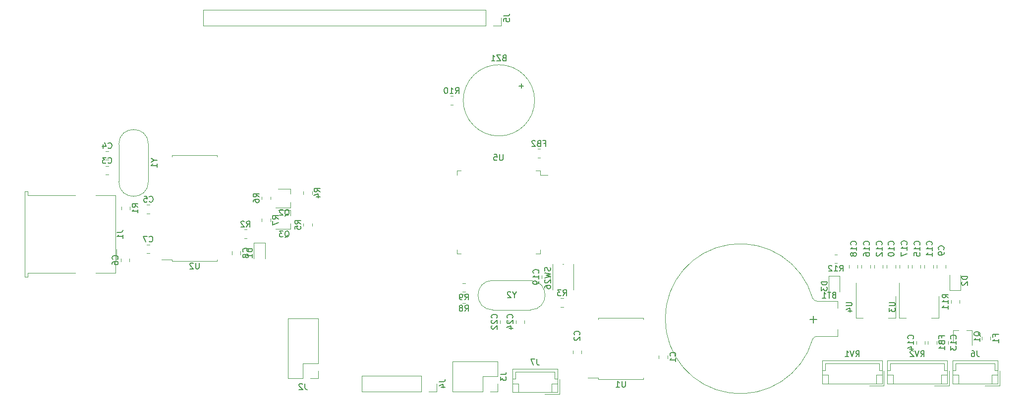
<source format=gbo>
%TF.GenerationSoftware,KiCad,Pcbnew,(6.0.0)*%
%TF.CreationDate,2022-05-25T11:52:23+05:30*%
%TF.ProjectId,Motion_Control_HMI,4d6f7469-6f6e-45f4-936f-6e74726f6c5f,rev?*%
%TF.SameCoordinates,Original*%
%TF.FileFunction,Legend,Bot*%
%TF.FilePolarity,Positive*%
%FSLAX46Y46*%
G04 Gerber Fmt 4.6, Leading zero omitted, Abs format (unit mm)*
G04 Created by KiCad (PCBNEW (6.0.0)) date 2022-05-25 11:52:23*
%MOMM*%
%LPD*%
G01*
G04 APERTURE LIST*
%ADD10C,0.150000*%
%ADD11C,0.120000*%
G04 APERTURE END LIST*
D10*
%TO.C,R1*%
X70682380Y-130518233D02*
X70206190Y-130184900D01*
X70682380Y-129946804D02*
X69682380Y-129946804D01*
X69682380Y-130327757D01*
X69730000Y-130422995D01*
X69777619Y-130470614D01*
X69872857Y-130518233D01*
X70015714Y-130518233D01*
X70110952Y-130470614D01*
X70158571Y-130422995D01*
X70206190Y-130327757D01*
X70206190Y-129946804D01*
X70682380Y-131470614D02*
X70682380Y-130899185D01*
X70682380Y-131184900D02*
X69682380Y-131184900D01*
X69825238Y-131089661D01*
X69920476Y-130994423D01*
X69968095Y-130899185D01*
%TO.C,D2*%
X212363580Y-142337804D02*
X211363580Y-142337804D01*
X211363580Y-142575900D01*
X211411200Y-142718757D01*
X211506438Y-142813995D01*
X211601676Y-142861614D01*
X211792152Y-142909233D01*
X211935009Y-142909233D01*
X212125485Y-142861614D01*
X212220723Y-142813995D01*
X212315961Y-142718757D01*
X212363580Y-142575900D01*
X212363580Y-142337804D01*
X211458819Y-143290185D02*
X211411200Y-143337804D01*
X211363580Y-143433042D01*
X211363580Y-143671138D01*
X211411200Y-143766376D01*
X211458819Y-143813995D01*
X211554057Y-143861614D01*
X211649295Y-143861614D01*
X211792152Y-143813995D01*
X212363580Y-143242566D01*
X212363580Y-143861614D01*
%TO.C,R3*%
X143297566Y-145665180D02*
X143630900Y-145188990D01*
X143868995Y-145665180D02*
X143868995Y-144665180D01*
X143488042Y-144665180D01*
X143392804Y-144712800D01*
X143345185Y-144760419D01*
X143297566Y-144855657D01*
X143297566Y-144998514D01*
X143345185Y-145093752D01*
X143392804Y-145141371D01*
X143488042Y-145188990D01*
X143868995Y-145188990D01*
X142964233Y-144665180D02*
X142345185Y-144665180D01*
X142678519Y-145046133D01*
X142535661Y-145046133D01*
X142440423Y-145093752D01*
X142392804Y-145141371D01*
X142345185Y-145236609D01*
X142345185Y-145474704D01*
X142392804Y-145569942D01*
X142440423Y-145617561D01*
X142535661Y-145665180D01*
X142821376Y-145665180D01*
X142916614Y-145617561D01*
X142964233Y-145569942D01*
%TO.C,C17*%
X201956942Y-136908342D02*
X202004561Y-136860723D01*
X202052180Y-136717866D01*
X202052180Y-136622628D01*
X202004561Y-136479771D01*
X201909323Y-136384533D01*
X201814085Y-136336914D01*
X201623609Y-136289295D01*
X201480752Y-136289295D01*
X201290276Y-136336914D01*
X201195038Y-136384533D01*
X201099800Y-136479771D01*
X201052180Y-136622628D01*
X201052180Y-136717866D01*
X201099800Y-136860723D01*
X201147419Y-136908342D01*
X202052180Y-137860723D02*
X202052180Y-137289295D01*
X202052180Y-137575009D02*
X201052180Y-137575009D01*
X201195038Y-137479771D01*
X201290276Y-137384533D01*
X201337895Y-137289295D01*
X201052180Y-138194057D02*
X201052180Y-138860723D01*
X202052180Y-138432152D01*
%TO.C,J1*%
X67074380Y-134811466D02*
X67788666Y-134811466D01*
X67931523Y-134763847D01*
X68026761Y-134668609D01*
X68074380Y-134525752D01*
X68074380Y-134430514D01*
X68074380Y-135811466D02*
X68074380Y-135240038D01*
X68074380Y-135525752D02*
X67074380Y-135525752D01*
X67217238Y-135430514D01*
X67312476Y-135335276D01*
X67360095Y-135240038D01*
%TO.C,C14*%
X203070942Y-153037342D02*
X203118561Y-152989723D01*
X203166180Y-152846866D01*
X203166180Y-152751628D01*
X203118561Y-152608771D01*
X203023323Y-152513533D01*
X202928085Y-152465914D01*
X202737609Y-152418295D01*
X202594752Y-152418295D01*
X202404276Y-152465914D01*
X202309038Y-152513533D01*
X202213800Y-152608771D01*
X202166180Y-152751628D01*
X202166180Y-152846866D01*
X202213800Y-152989723D01*
X202261419Y-153037342D01*
X203166180Y-153989723D02*
X203166180Y-153418295D01*
X203166180Y-153704009D02*
X202166180Y-153704009D01*
X202309038Y-153608771D01*
X202404276Y-153513533D01*
X202451895Y-153418295D01*
X202499514Y-154846866D02*
X203166180Y-154846866D01*
X202118561Y-154608771D02*
X202832847Y-154370676D01*
X202832847Y-154989723D01*
%TO.C,C2*%
X146076942Y-152360333D02*
X146124561Y-152312714D01*
X146172180Y-152169857D01*
X146172180Y-152074619D01*
X146124561Y-151931761D01*
X146029323Y-151836523D01*
X145934085Y-151788904D01*
X145743609Y-151741285D01*
X145600752Y-151741285D01*
X145410276Y-151788904D01*
X145315038Y-151836523D01*
X145219800Y-151931761D01*
X145172180Y-152074619D01*
X145172180Y-152169857D01*
X145219800Y-152312714D01*
X145267419Y-152360333D01*
X145267419Y-152741285D02*
X145219800Y-152788904D01*
X145172180Y-152884142D01*
X145172180Y-153122238D01*
X145219800Y-153217476D01*
X145267419Y-153265095D01*
X145362657Y-153312714D01*
X145457895Y-153312714D01*
X145600752Y-153265095D01*
X146172180Y-152693666D01*
X146172180Y-153312714D01*
%TO.C,C12*%
X197689742Y-136959142D02*
X197737361Y-136911523D01*
X197784980Y-136768666D01*
X197784980Y-136673428D01*
X197737361Y-136530571D01*
X197642123Y-136435333D01*
X197546885Y-136387714D01*
X197356409Y-136340095D01*
X197213552Y-136340095D01*
X197023076Y-136387714D01*
X196927838Y-136435333D01*
X196832600Y-136530571D01*
X196784980Y-136673428D01*
X196784980Y-136768666D01*
X196832600Y-136911523D01*
X196880219Y-136959142D01*
X197784980Y-137911523D02*
X197784980Y-137340095D01*
X197784980Y-137625809D02*
X196784980Y-137625809D01*
X196927838Y-137530571D01*
X197023076Y-137435333D01*
X197070695Y-137340095D01*
X196880219Y-138292476D02*
X196832600Y-138340095D01*
X196784980Y-138435333D01*
X196784980Y-138673428D01*
X196832600Y-138768666D01*
X196880219Y-138816285D01*
X196975457Y-138863904D01*
X197070695Y-138863904D01*
X197213552Y-138816285D01*
X197784980Y-138244857D01*
X197784980Y-138863904D01*
%TO.C,J4*%
X122152980Y-160397866D02*
X122867266Y-160397866D01*
X123010123Y-160350247D01*
X123105361Y-160255009D01*
X123152980Y-160112152D01*
X123152980Y-160016914D01*
X122486314Y-161302628D02*
X123152980Y-161302628D01*
X122105361Y-161064533D02*
X122819647Y-160826438D01*
X122819647Y-161445485D01*
%TO.C,U3*%
X199015980Y-146812095D02*
X199825504Y-146812095D01*
X199920742Y-146859714D01*
X199968361Y-146907333D01*
X200015980Y-147002571D01*
X200015980Y-147193047D01*
X199968361Y-147288285D01*
X199920742Y-147335904D01*
X199825504Y-147383523D01*
X199015980Y-147383523D01*
X199015980Y-147764476D02*
X199015980Y-148383523D01*
X199396933Y-148050190D01*
X199396933Y-148193047D01*
X199444552Y-148288285D01*
X199492171Y-148335904D01*
X199587409Y-148383523D01*
X199825504Y-148383523D01*
X199920742Y-148335904D01*
X199968361Y-148288285D01*
X200015980Y-148193047D01*
X200015980Y-147907333D01*
X199968361Y-147812095D01*
X199920742Y-147764476D01*
%TO.C,C11*%
X206249542Y-136984542D02*
X206297161Y-136936923D01*
X206344780Y-136794066D01*
X206344780Y-136698828D01*
X206297161Y-136555971D01*
X206201923Y-136460733D01*
X206106685Y-136413114D01*
X205916209Y-136365495D01*
X205773352Y-136365495D01*
X205582876Y-136413114D01*
X205487638Y-136460733D01*
X205392400Y-136555971D01*
X205344780Y-136698828D01*
X205344780Y-136794066D01*
X205392400Y-136936923D01*
X205440019Y-136984542D01*
X206344780Y-137936923D02*
X206344780Y-137365495D01*
X206344780Y-137651209D02*
X205344780Y-137651209D01*
X205487638Y-137555971D01*
X205582876Y-137460733D01*
X205630495Y-137365495D01*
X206344780Y-138889304D02*
X206344780Y-138317876D01*
X206344780Y-138603590D02*
X205344780Y-138603590D01*
X205487638Y-138508352D01*
X205582876Y-138413114D01*
X205630495Y-138317876D01*
%TO.C,C1*%
X162438142Y-155982333D02*
X162485761Y-155934714D01*
X162533380Y-155791857D01*
X162533380Y-155696619D01*
X162485761Y-155553761D01*
X162390523Y-155458523D01*
X162295285Y-155410904D01*
X162104809Y-155363285D01*
X161961952Y-155363285D01*
X161771476Y-155410904D01*
X161676238Y-155458523D01*
X161581000Y-155553761D01*
X161533380Y-155696619D01*
X161533380Y-155791857D01*
X161581000Y-155934714D01*
X161628619Y-155982333D01*
X162533380Y-156934714D02*
X162533380Y-156363285D01*
X162533380Y-156649000D02*
X161533380Y-156649000D01*
X161676238Y-156553761D01*
X161771476Y-156458523D01*
X161819095Y-156363285D01*
%TO.C,C6*%
X67180942Y-139421533D02*
X67228561Y-139373914D01*
X67276180Y-139231057D01*
X67276180Y-139135819D01*
X67228561Y-138992961D01*
X67133323Y-138897723D01*
X67038085Y-138850104D01*
X66847609Y-138802485D01*
X66704752Y-138802485D01*
X66514276Y-138850104D01*
X66419038Y-138897723D01*
X66323800Y-138992961D01*
X66276180Y-139135819D01*
X66276180Y-139231057D01*
X66323800Y-139373914D01*
X66371419Y-139421533D01*
X66276180Y-140278676D02*
X66276180Y-140088200D01*
X66323800Y-139992961D01*
X66371419Y-139945342D01*
X66514276Y-139850104D01*
X66704752Y-139802485D01*
X67085704Y-139802485D01*
X67180942Y-139850104D01*
X67228561Y-139897723D01*
X67276180Y-139992961D01*
X67276180Y-140183438D01*
X67228561Y-140278676D01*
X67180942Y-140326295D01*
X67085704Y-140373914D01*
X66847609Y-140373914D01*
X66752371Y-140326295D01*
X66704752Y-140278676D01*
X66657133Y-140183438D01*
X66657133Y-139992961D01*
X66704752Y-139897723D01*
X66752371Y-139850104D01*
X66847609Y-139802485D01*
%TO.C,R7*%
X94659980Y-132550233D02*
X94183790Y-132216900D01*
X94659980Y-131978804D02*
X93659980Y-131978804D01*
X93659980Y-132359757D01*
X93707600Y-132454995D01*
X93755219Y-132502614D01*
X93850457Y-132550233D01*
X93993314Y-132550233D01*
X94088552Y-132502614D01*
X94136171Y-132454995D01*
X94183790Y-132359757D01*
X94183790Y-131978804D01*
X93659980Y-132883566D02*
X93659980Y-133550233D01*
X94659980Y-133121661D01*
%TO.C,R5*%
X98471980Y-133359233D02*
X97995790Y-133025900D01*
X98471980Y-132787804D02*
X97471980Y-132787804D01*
X97471980Y-133168757D01*
X97519600Y-133263995D01*
X97567219Y-133311614D01*
X97662457Y-133359233D01*
X97805314Y-133359233D01*
X97900552Y-133311614D01*
X97948171Y-133263995D01*
X97995790Y-133168757D01*
X97995790Y-132787804D01*
X97471980Y-134263995D02*
X97471980Y-133787804D01*
X97948171Y-133740185D01*
X97900552Y-133787804D01*
X97852933Y-133883042D01*
X97852933Y-134121138D01*
X97900552Y-134216376D01*
X97948171Y-134263995D01*
X98043409Y-134311614D01*
X98281504Y-134311614D01*
X98376742Y-134263995D01*
X98424361Y-134216376D01*
X98471980Y-134121138D01*
X98471980Y-133883042D01*
X98424361Y-133787804D01*
X98376742Y-133740185D01*
%TO.C,C3*%
X65561466Y-122908542D02*
X65609085Y-122956161D01*
X65751942Y-123003780D01*
X65847180Y-123003780D01*
X65990038Y-122956161D01*
X66085276Y-122860923D01*
X66132895Y-122765685D01*
X66180514Y-122575209D01*
X66180514Y-122432352D01*
X66132895Y-122241876D01*
X66085276Y-122146638D01*
X65990038Y-122051400D01*
X65847180Y-122003780D01*
X65751942Y-122003780D01*
X65609085Y-122051400D01*
X65561466Y-122099019D01*
X65228133Y-122003780D02*
X64609085Y-122003780D01*
X64942419Y-122384733D01*
X64799561Y-122384733D01*
X64704323Y-122432352D01*
X64656704Y-122479971D01*
X64609085Y-122575209D01*
X64609085Y-122813304D01*
X64656704Y-122908542D01*
X64704323Y-122956161D01*
X64799561Y-123003780D01*
X65085276Y-123003780D01*
X65180514Y-122956161D01*
X65228133Y-122908542D01*
%TO.C,C16*%
X195530742Y-136959142D02*
X195578361Y-136911523D01*
X195625980Y-136768666D01*
X195625980Y-136673428D01*
X195578361Y-136530571D01*
X195483123Y-136435333D01*
X195387885Y-136387714D01*
X195197409Y-136340095D01*
X195054552Y-136340095D01*
X194864076Y-136387714D01*
X194768838Y-136435333D01*
X194673600Y-136530571D01*
X194625980Y-136673428D01*
X194625980Y-136768666D01*
X194673600Y-136911523D01*
X194721219Y-136959142D01*
X195625980Y-137911523D02*
X195625980Y-137340095D01*
X195625980Y-137625809D02*
X194625980Y-137625809D01*
X194768838Y-137530571D01*
X194864076Y-137435333D01*
X194911695Y-137340095D01*
X194625980Y-138768666D02*
X194625980Y-138578190D01*
X194673600Y-138482952D01*
X194721219Y-138435333D01*
X194864076Y-138340095D01*
X195054552Y-138292476D01*
X195435504Y-138292476D01*
X195530742Y-138340095D01*
X195578361Y-138387714D01*
X195625980Y-138482952D01*
X195625980Y-138673428D01*
X195578361Y-138768666D01*
X195530742Y-138816285D01*
X195435504Y-138863904D01*
X195197409Y-138863904D01*
X195102171Y-138816285D01*
X195054552Y-138768666D01*
X195006933Y-138673428D01*
X195006933Y-138482952D01*
X195054552Y-138387714D01*
X195102171Y-138340095D01*
X195197409Y-138292476D01*
%TO.C,U4*%
X191649980Y-146812095D02*
X192459504Y-146812095D01*
X192554742Y-146859714D01*
X192602361Y-146907333D01*
X192649980Y-147002571D01*
X192649980Y-147193047D01*
X192602361Y-147288285D01*
X192554742Y-147335904D01*
X192459504Y-147383523D01*
X191649980Y-147383523D01*
X191983314Y-148288285D02*
X192649980Y-148288285D01*
X191602361Y-148050190D02*
X192316647Y-147812095D01*
X192316647Y-148431142D01*
%TO.C,BT1*%
X189558514Y-145534571D02*
X189415657Y-145582190D01*
X189368038Y-145629809D01*
X189320419Y-145725047D01*
X189320419Y-145867904D01*
X189368038Y-145963142D01*
X189415657Y-146010761D01*
X189510895Y-146058380D01*
X189891847Y-146058380D01*
X189891847Y-145058380D01*
X189558514Y-145058380D01*
X189463276Y-145106000D01*
X189415657Y-145153619D01*
X189368038Y-145248857D01*
X189368038Y-145344095D01*
X189415657Y-145439333D01*
X189463276Y-145486952D01*
X189558514Y-145534571D01*
X189891847Y-145534571D01*
X189034704Y-145058380D02*
X188463276Y-145058380D01*
X188748990Y-146058380D02*
X188748990Y-145058380D01*
X187606133Y-146058380D02*
X188177561Y-146058380D01*
X187891847Y-146058380D02*
X187891847Y-145058380D01*
X187987085Y-145201238D01*
X188082323Y-145296476D01*
X188177561Y-145344095D01*
X186594228Y-149713142D02*
X185451371Y-149713142D01*
X186022800Y-150284571D02*
X186022800Y-149141714D01*
%TO.C,FB1*%
X207953571Y-152863966D02*
X207953571Y-152530633D01*
X208477380Y-152530633D02*
X207477380Y-152530633D01*
X207477380Y-153006823D01*
X207953571Y-153721109D02*
X208001190Y-153863966D01*
X208048809Y-153911585D01*
X208144047Y-153959204D01*
X208286904Y-153959204D01*
X208382142Y-153911585D01*
X208429761Y-153863966D01*
X208477380Y-153768728D01*
X208477380Y-153387776D01*
X207477380Y-153387776D01*
X207477380Y-153721109D01*
X207525000Y-153816347D01*
X207572619Y-153863966D01*
X207667857Y-153911585D01*
X207763095Y-153911585D01*
X207858333Y-153863966D01*
X207905952Y-153816347D01*
X207953571Y-153721109D01*
X207953571Y-153387776D01*
X208477380Y-154911585D02*
X208477380Y-154340157D01*
X208477380Y-154625871D02*
X207477380Y-154625871D01*
X207620238Y-154530633D01*
X207715476Y-154435395D01*
X207763095Y-154340157D01*
%TO.C,J7*%
X138834133Y-156545380D02*
X138834133Y-157259666D01*
X138881752Y-157402523D01*
X138976990Y-157497761D01*
X139119847Y-157545380D01*
X139215085Y-157545380D01*
X138453180Y-156545380D02*
X137786514Y-156545380D01*
X138215085Y-157545380D01*
%TO.C,Q3*%
X95751638Y-135686419D02*
X95846876Y-135638800D01*
X95942114Y-135543561D01*
X96084971Y-135400704D01*
X96180209Y-135353085D01*
X96275447Y-135353085D01*
X96227828Y-135591180D02*
X96323066Y-135543561D01*
X96418304Y-135448323D01*
X96465923Y-135257847D01*
X96465923Y-134924514D01*
X96418304Y-134734038D01*
X96323066Y-134638800D01*
X96227828Y-134591180D01*
X96037352Y-134591180D01*
X95942114Y-134638800D01*
X95846876Y-134734038D01*
X95799257Y-134924514D01*
X95799257Y-135257847D01*
X95846876Y-135448323D01*
X95942114Y-135543561D01*
X96037352Y-135591180D01*
X96227828Y-135591180D01*
X95465923Y-134591180D02*
X94846876Y-134591180D01*
X95180209Y-134972133D01*
X95037352Y-134972133D01*
X94942114Y-135019752D01*
X94894495Y-135067371D01*
X94846876Y-135162609D01*
X94846876Y-135400704D01*
X94894495Y-135495942D01*
X94942114Y-135543561D01*
X95037352Y-135591180D01*
X95323066Y-135591180D01*
X95418304Y-135543561D01*
X95465923Y-135495942D01*
%TO.C,RV1*%
X193290438Y-156097580D02*
X193623771Y-155621390D01*
X193861866Y-156097580D02*
X193861866Y-155097580D01*
X193480914Y-155097580D01*
X193385676Y-155145200D01*
X193338057Y-155192819D01*
X193290438Y-155288057D01*
X193290438Y-155430914D01*
X193338057Y-155526152D01*
X193385676Y-155573771D01*
X193480914Y-155621390D01*
X193861866Y-155621390D01*
X193004723Y-155097580D02*
X192671390Y-156097580D01*
X192338057Y-155097580D01*
X191480914Y-156097580D02*
X192052342Y-156097580D01*
X191766628Y-156097580D02*
X191766628Y-155097580D01*
X191861866Y-155240438D01*
X191957104Y-155335676D01*
X192052342Y-155383295D01*
%TO.C,C7*%
X72597266Y-136370542D02*
X72644885Y-136418161D01*
X72787742Y-136465780D01*
X72882980Y-136465780D01*
X73025838Y-136418161D01*
X73121076Y-136322923D01*
X73168695Y-136227685D01*
X73216314Y-136037209D01*
X73216314Y-135894352D01*
X73168695Y-135703876D01*
X73121076Y-135608638D01*
X73025838Y-135513400D01*
X72882980Y-135465780D01*
X72787742Y-135465780D01*
X72644885Y-135513400D01*
X72597266Y-135561019D01*
X72263933Y-135465780D02*
X71597266Y-135465780D01*
X72025838Y-136465780D01*
%TO.C,C22*%
X131950942Y-149481342D02*
X131998561Y-149433723D01*
X132046180Y-149290866D01*
X132046180Y-149195628D01*
X131998561Y-149052771D01*
X131903323Y-148957533D01*
X131808085Y-148909914D01*
X131617609Y-148862295D01*
X131474752Y-148862295D01*
X131284276Y-148909914D01*
X131189038Y-148957533D01*
X131093800Y-149052771D01*
X131046180Y-149195628D01*
X131046180Y-149290866D01*
X131093800Y-149433723D01*
X131141419Y-149481342D01*
X131141419Y-149862295D02*
X131093800Y-149909914D01*
X131046180Y-150005152D01*
X131046180Y-150243247D01*
X131093800Y-150338485D01*
X131141419Y-150386104D01*
X131236657Y-150433723D01*
X131331895Y-150433723D01*
X131474752Y-150386104D01*
X132046180Y-149814676D01*
X132046180Y-150433723D01*
X131141419Y-150814676D02*
X131093800Y-150862295D01*
X131046180Y-150957533D01*
X131046180Y-151195628D01*
X131093800Y-151290866D01*
X131141419Y-151338485D01*
X131236657Y-151386104D01*
X131331895Y-151386104D01*
X131474752Y-151338485D01*
X132046180Y-150767057D01*
X132046180Y-151386104D01*
%TO.C,Q1*%
X214563619Y-152577961D02*
X214516000Y-152482723D01*
X214420761Y-152387485D01*
X214277904Y-152244628D01*
X214230285Y-152149390D01*
X214230285Y-152054152D01*
X214468380Y-152101771D02*
X214420761Y-152006533D01*
X214325523Y-151911295D01*
X214135047Y-151863676D01*
X213801714Y-151863676D01*
X213611238Y-151911295D01*
X213516000Y-152006533D01*
X213468380Y-152101771D01*
X213468380Y-152292247D01*
X213516000Y-152387485D01*
X213611238Y-152482723D01*
X213801714Y-152530342D01*
X214135047Y-152530342D01*
X214325523Y-152482723D01*
X214420761Y-152387485D01*
X214468380Y-152292247D01*
X214468380Y-152101771D01*
X214468380Y-153482723D02*
X214468380Y-152911295D01*
X214468380Y-153197009D02*
X213468380Y-153197009D01*
X213611238Y-153101771D01*
X213706476Y-153006533D01*
X213754095Y-152911295D01*
%TO.C,C10*%
X199721742Y-136959142D02*
X199769361Y-136911523D01*
X199816980Y-136768666D01*
X199816980Y-136673428D01*
X199769361Y-136530571D01*
X199674123Y-136435333D01*
X199578885Y-136387714D01*
X199388409Y-136340095D01*
X199245552Y-136340095D01*
X199055076Y-136387714D01*
X198959838Y-136435333D01*
X198864600Y-136530571D01*
X198816980Y-136673428D01*
X198816980Y-136768666D01*
X198864600Y-136911523D01*
X198912219Y-136959142D01*
X199816980Y-137911523D02*
X199816980Y-137340095D01*
X199816980Y-137625809D02*
X198816980Y-137625809D01*
X198959838Y-137530571D01*
X199055076Y-137435333D01*
X199102695Y-137340095D01*
X198816980Y-138530571D02*
X198816980Y-138625809D01*
X198864600Y-138721047D01*
X198912219Y-138768666D01*
X199007457Y-138816285D01*
X199197933Y-138863904D01*
X199436028Y-138863904D01*
X199626504Y-138816285D01*
X199721742Y-138768666D01*
X199769361Y-138721047D01*
X199816980Y-138625809D01*
X199816980Y-138530571D01*
X199769361Y-138435333D01*
X199721742Y-138387714D01*
X199626504Y-138340095D01*
X199436028Y-138292476D01*
X199197933Y-138292476D01*
X199007457Y-138340095D01*
X198912219Y-138387714D01*
X198864600Y-138435333D01*
X198816980Y-138530571D01*
%TO.C,D1*%
X90242380Y-137588004D02*
X89242380Y-137588004D01*
X89242380Y-137826100D01*
X89290000Y-137968957D01*
X89385238Y-138064195D01*
X89480476Y-138111814D01*
X89670952Y-138159433D01*
X89813809Y-138159433D01*
X90004285Y-138111814D01*
X90099523Y-138064195D01*
X90194761Y-137968957D01*
X90242380Y-137826100D01*
X90242380Y-137588004D01*
X90242380Y-139111814D02*
X90242380Y-138540385D01*
X90242380Y-138826100D02*
X89242380Y-138826100D01*
X89385238Y-138730861D01*
X89480476Y-138635623D01*
X89528095Y-138540385D01*
%TO.C,BZ1*%
X133214952Y-104945771D02*
X133072095Y-104993390D01*
X133024476Y-105041009D01*
X132976857Y-105136247D01*
X132976857Y-105279104D01*
X133024476Y-105374342D01*
X133072095Y-105421961D01*
X133167333Y-105469580D01*
X133548285Y-105469580D01*
X133548285Y-104469580D01*
X133214952Y-104469580D01*
X133119714Y-104517200D01*
X133072095Y-104564819D01*
X133024476Y-104660057D01*
X133024476Y-104755295D01*
X133072095Y-104850533D01*
X133119714Y-104898152D01*
X133214952Y-104945771D01*
X133548285Y-104945771D01*
X132643523Y-104469580D02*
X131976857Y-104469580D01*
X132643523Y-105469580D01*
X131976857Y-105469580D01*
X131072095Y-105469580D02*
X131643523Y-105469580D01*
X131357809Y-105469580D02*
X131357809Y-104469580D01*
X131453047Y-104612438D01*
X131548285Y-104707676D01*
X131643523Y-104755295D01*
X136524952Y-109748628D02*
X135763047Y-109748628D01*
X136144000Y-110129580D02*
X136144000Y-109367676D01*
%TO.C,R11*%
X209088980Y-146040242D02*
X208612790Y-145706909D01*
X209088980Y-145468814D02*
X208088980Y-145468814D01*
X208088980Y-145849766D01*
X208136600Y-145945004D01*
X208184219Y-145992623D01*
X208279457Y-146040242D01*
X208422314Y-146040242D01*
X208517552Y-145992623D01*
X208565171Y-145945004D01*
X208612790Y-145849766D01*
X208612790Y-145468814D01*
X209088980Y-146992623D02*
X209088980Y-146421195D01*
X209088980Y-146706909D02*
X208088980Y-146706909D01*
X208231838Y-146611671D01*
X208327076Y-146516433D01*
X208374695Y-146421195D01*
X209088980Y-147945004D02*
X209088980Y-147373576D01*
X209088980Y-147659290D02*
X208088980Y-147659290D01*
X208231838Y-147564052D01*
X208327076Y-147468814D01*
X208374695Y-147373576D01*
%TO.C,C9*%
X208281542Y-137765533D02*
X208329161Y-137717914D01*
X208376780Y-137575057D01*
X208376780Y-137479819D01*
X208329161Y-137336961D01*
X208233923Y-137241723D01*
X208138685Y-137194104D01*
X207948209Y-137146485D01*
X207805352Y-137146485D01*
X207614876Y-137194104D01*
X207519638Y-137241723D01*
X207424400Y-137336961D01*
X207376780Y-137479819D01*
X207376780Y-137575057D01*
X207424400Y-137717914D01*
X207472019Y-137765533D01*
X208376780Y-138241723D02*
X208376780Y-138432200D01*
X208329161Y-138527438D01*
X208281542Y-138575057D01*
X208138685Y-138670295D01*
X207948209Y-138717914D01*
X207567257Y-138717914D01*
X207472019Y-138670295D01*
X207424400Y-138622676D01*
X207376780Y-138527438D01*
X207376780Y-138336961D01*
X207424400Y-138241723D01*
X207472019Y-138194104D01*
X207567257Y-138146485D01*
X207805352Y-138146485D01*
X207900590Y-138194104D01*
X207948209Y-138241723D01*
X207995828Y-138336961D01*
X207995828Y-138527438D01*
X207948209Y-138622676D01*
X207900590Y-138670295D01*
X207805352Y-138717914D01*
%TO.C,R10*%
X124901557Y-111019580D02*
X125234890Y-110543390D01*
X125472985Y-111019580D02*
X125472985Y-110019580D01*
X125092033Y-110019580D01*
X124996795Y-110067200D01*
X124949176Y-110114819D01*
X124901557Y-110210057D01*
X124901557Y-110352914D01*
X124949176Y-110448152D01*
X124996795Y-110495771D01*
X125092033Y-110543390D01*
X125472985Y-110543390D01*
X123949176Y-111019580D02*
X124520604Y-111019580D01*
X124234890Y-111019580D02*
X124234890Y-110019580D01*
X124330128Y-110162438D01*
X124425366Y-110257676D01*
X124520604Y-110305295D01*
X123330128Y-110019580D02*
X123234890Y-110019580D01*
X123139652Y-110067200D01*
X123092033Y-110114819D01*
X123044414Y-110210057D01*
X122996795Y-110400533D01*
X122996795Y-110638628D01*
X123044414Y-110829104D01*
X123092033Y-110924342D01*
X123139652Y-110971961D01*
X123234890Y-111019580D01*
X123330128Y-111019580D01*
X123425366Y-110971961D01*
X123472985Y-110924342D01*
X123520604Y-110829104D01*
X123568223Y-110638628D01*
X123568223Y-110400533D01*
X123520604Y-110210057D01*
X123472985Y-110114819D01*
X123425366Y-110067200D01*
X123330128Y-110019580D01*
%TO.C,R9*%
X126508166Y-146374380D02*
X126841500Y-145898190D01*
X127079595Y-146374380D02*
X127079595Y-145374380D01*
X126698642Y-145374380D01*
X126603404Y-145422000D01*
X126555785Y-145469619D01*
X126508166Y-145564857D01*
X126508166Y-145707714D01*
X126555785Y-145802952D01*
X126603404Y-145850571D01*
X126698642Y-145898190D01*
X127079595Y-145898190D01*
X126031976Y-146374380D02*
X125841500Y-146374380D01*
X125746261Y-146326761D01*
X125698642Y-146279142D01*
X125603404Y-146136285D01*
X125555785Y-145945809D01*
X125555785Y-145564857D01*
X125603404Y-145469619D01*
X125651023Y-145422000D01*
X125746261Y-145374380D01*
X125936738Y-145374380D01*
X126031976Y-145422000D01*
X126079595Y-145469619D01*
X126127214Y-145564857D01*
X126127214Y-145802952D01*
X126079595Y-145898190D01*
X126031976Y-145945809D01*
X125936738Y-145993428D01*
X125746261Y-145993428D01*
X125651023Y-145945809D01*
X125603404Y-145898190D01*
X125555785Y-145802952D01*
%TO.C,C4*%
X65586866Y-120368542D02*
X65634485Y-120416161D01*
X65777342Y-120463780D01*
X65872580Y-120463780D01*
X66015438Y-120416161D01*
X66110676Y-120320923D01*
X66158295Y-120225685D01*
X66205914Y-120035209D01*
X66205914Y-119892352D01*
X66158295Y-119701876D01*
X66110676Y-119606638D01*
X66015438Y-119511400D01*
X65872580Y-119463780D01*
X65777342Y-119463780D01*
X65634485Y-119511400D01*
X65586866Y-119559019D01*
X64729723Y-119797114D02*
X64729723Y-120463780D01*
X64967819Y-119416161D02*
X65205914Y-120130447D01*
X64586866Y-120130447D01*
%TO.C,R4*%
X101771980Y-127876633D02*
X101295790Y-127543300D01*
X101771980Y-127305204D02*
X100771980Y-127305204D01*
X100771980Y-127686157D01*
X100819600Y-127781395D01*
X100867219Y-127829014D01*
X100962457Y-127876633D01*
X101105314Y-127876633D01*
X101200552Y-127829014D01*
X101248171Y-127781395D01*
X101295790Y-127686157D01*
X101295790Y-127305204D01*
X101105314Y-128733776D02*
X101771980Y-128733776D01*
X100724361Y-128495680D02*
X101438647Y-128257585D01*
X101438647Y-128876633D01*
%TO.C,C24*%
X134617942Y-149481342D02*
X134665561Y-149433723D01*
X134713180Y-149290866D01*
X134713180Y-149195628D01*
X134665561Y-149052771D01*
X134570323Y-148957533D01*
X134475085Y-148909914D01*
X134284609Y-148862295D01*
X134141752Y-148862295D01*
X133951276Y-148909914D01*
X133856038Y-148957533D01*
X133760800Y-149052771D01*
X133713180Y-149195628D01*
X133713180Y-149290866D01*
X133760800Y-149433723D01*
X133808419Y-149481342D01*
X133808419Y-149862295D02*
X133760800Y-149909914D01*
X133713180Y-150005152D01*
X133713180Y-150243247D01*
X133760800Y-150338485D01*
X133808419Y-150386104D01*
X133903657Y-150433723D01*
X133998895Y-150433723D01*
X134141752Y-150386104D01*
X134713180Y-149814676D01*
X134713180Y-150433723D01*
X134046514Y-151290866D02*
X134713180Y-151290866D01*
X133665561Y-151052771D02*
X134379847Y-150814676D01*
X134379847Y-151433723D01*
%TO.C,Y1*%
X73427390Y-122458209D02*
X73903580Y-122458209D01*
X72903580Y-122124876D02*
X73427390Y-122458209D01*
X72903580Y-122791542D01*
X73903580Y-123648685D02*
X73903580Y-123077257D01*
X73903580Y-123362971D02*
X72903580Y-123362971D01*
X73046438Y-123267733D01*
X73141676Y-123172495D01*
X73189295Y-123077257D01*
%TO.C,C15*%
X204166742Y-136959142D02*
X204214361Y-136911523D01*
X204261980Y-136768666D01*
X204261980Y-136673428D01*
X204214361Y-136530571D01*
X204119123Y-136435333D01*
X204023885Y-136387714D01*
X203833409Y-136340095D01*
X203690552Y-136340095D01*
X203500076Y-136387714D01*
X203404838Y-136435333D01*
X203309600Y-136530571D01*
X203261980Y-136673428D01*
X203261980Y-136768666D01*
X203309600Y-136911523D01*
X203357219Y-136959142D01*
X204261980Y-137911523D02*
X204261980Y-137340095D01*
X204261980Y-137625809D02*
X203261980Y-137625809D01*
X203404838Y-137530571D01*
X203500076Y-137435333D01*
X203547695Y-137340095D01*
X203261980Y-138816285D02*
X203261980Y-138340095D01*
X203738171Y-138292476D01*
X203690552Y-138340095D01*
X203642933Y-138435333D01*
X203642933Y-138673428D01*
X203690552Y-138768666D01*
X203738171Y-138816285D01*
X203833409Y-138863904D01*
X204071504Y-138863904D01*
X204166742Y-138816285D01*
X204214361Y-138768666D01*
X204261980Y-138673428D01*
X204261980Y-138435333D01*
X204214361Y-138340095D01*
X204166742Y-138292476D01*
%TO.C,J6*%
X214018133Y-155097580D02*
X214018133Y-155811866D01*
X214065752Y-155954723D01*
X214160990Y-156049961D01*
X214303847Y-156097580D01*
X214399085Y-156097580D01*
X213113371Y-155097580D02*
X213303847Y-155097580D01*
X213399085Y-155145200D01*
X213446704Y-155192819D01*
X213541942Y-155335676D01*
X213589561Y-155526152D01*
X213589561Y-155907104D01*
X213541942Y-156002342D01*
X213494323Y-156049961D01*
X213399085Y-156097580D01*
X213208609Y-156097580D01*
X213113371Y-156049961D01*
X213065752Y-156002342D01*
X213018133Y-155907104D01*
X213018133Y-155669009D01*
X213065752Y-155573771D01*
X213113371Y-155526152D01*
X213208609Y-155478533D01*
X213399085Y-155478533D01*
X213494323Y-155526152D01*
X213541942Y-155573771D01*
X213589561Y-155669009D01*
%TO.C,SW26*%
X141094361Y-140826676D02*
X141141980Y-140969533D01*
X141141980Y-141207628D01*
X141094361Y-141302866D01*
X141046742Y-141350485D01*
X140951504Y-141398104D01*
X140856266Y-141398104D01*
X140761028Y-141350485D01*
X140713409Y-141302866D01*
X140665790Y-141207628D01*
X140618171Y-141017152D01*
X140570552Y-140921914D01*
X140522933Y-140874295D01*
X140427695Y-140826676D01*
X140332457Y-140826676D01*
X140237219Y-140874295D01*
X140189600Y-140921914D01*
X140141980Y-141017152D01*
X140141980Y-141255247D01*
X140189600Y-141398104D01*
X140141980Y-141731438D02*
X141141980Y-141969533D01*
X140427695Y-142160009D01*
X141141980Y-142350485D01*
X140141980Y-142588580D01*
X140237219Y-142921914D02*
X140189600Y-142969533D01*
X140141980Y-143064771D01*
X140141980Y-143302866D01*
X140189600Y-143398104D01*
X140237219Y-143445723D01*
X140332457Y-143493342D01*
X140427695Y-143493342D01*
X140570552Y-143445723D01*
X141141980Y-142874295D01*
X141141980Y-143493342D01*
X140141980Y-144350485D02*
X140141980Y-144160009D01*
X140189600Y-144064771D01*
X140237219Y-144017152D01*
X140380076Y-143921914D01*
X140570552Y-143874295D01*
X140951504Y-143874295D01*
X141046742Y-143921914D01*
X141094361Y-143969533D01*
X141141980Y-144064771D01*
X141141980Y-144255247D01*
X141094361Y-144350485D01*
X141046742Y-144398104D01*
X140951504Y-144445723D01*
X140713409Y-144445723D01*
X140618171Y-144398104D01*
X140570552Y-144350485D01*
X140522933Y-144255247D01*
X140522933Y-144064771D01*
X140570552Y-143969533D01*
X140618171Y-143921914D01*
X140713409Y-143874295D01*
%TO.C,C5*%
X72617666Y-129537942D02*
X72665285Y-129585561D01*
X72808142Y-129633180D01*
X72903380Y-129633180D01*
X73046238Y-129585561D01*
X73141476Y-129490323D01*
X73189095Y-129395085D01*
X73236714Y-129204609D01*
X73236714Y-129061752D01*
X73189095Y-128871276D01*
X73141476Y-128776038D01*
X73046238Y-128680800D01*
X72903380Y-128633180D01*
X72808142Y-128633180D01*
X72665285Y-128680800D01*
X72617666Y-128728419D01*
X71712904Y-128633180D02*
X72189095Y-128633180D01*
X72236714Y-129109371D01*
X72189095Y-129061752D01*
X72093857Y-129014133D01*
X71855761Y-129014133D01*
X71760523Y-129061752D01*
X71712904Y-129109371D01*
X71665285Y-129204609D01*
X71665285Y-129442704D01*
X71712904Y-129537942D01*
X71760523Y-129585561D01*
X71855761Y-129633180D01*
X72093857Y-129633180D01*
X72189095Y-129585561D01*
X72236714Y-129537942D01*
%TO.C,Q2*%
X95751638Y-132003419D02*
X95846876Y-131955800D01*
X95942114Y-131860561D01*
X96084971Y-131717704D01*
X96180209Y-131670085D01*
X96275447Y-131670085D01*
X96227828Y-131908180D02*
X96323066Y-131860561D01*
X96418304Y-131765323D01*
X96465923Y-131574847D01*
X96465923Y-131241514D01*
X96418304Y-131051038D01*
X96323066Y-130955800D01*
X96227828Y-130908180D01*
X96037352Y-130908180D01*
X95942114Y-130955800D01*
X95846876Y-131051038D01*
X95799257Y-131241514D01*
X95799257Y-131574847D01*
X95846876Y-131765323D01*
X95942114Y-131860561D01*
X96037352Y-131908180D01*
X96227828Y-131908180D01*
X95418304Y-131003419D02*
X95370685Y-130955800D01*
X95275447Y-130908180D01*
X95037352Y-130908180D01*
X94942114Y-130955800D01*
X94894495Y-131003419D01*
X94846876Y-131098657D01*
X94846876Y-131193895D01*
X94894495Y-131336752D01*
X95465923Y-131908180D01*
X94846876Y-131908180D01*
%TO.C,C18*%
X193295542Y-136959142D02*
X193343161Y-136911523D01*
X193390780Y-136768666D01*
X193390780Y-136673428D01*
X193343161Y-136530571D01*
X193247923Y-136435333D01*
X193152685Y-136387714D01*
X192962209Y-136340095D01*
X192819352Y-136340095D01*
X192628876Y-136387714D01*
X192533638Y-136435333D01*
X192438400Y-136530571D01*
X192390780Y-136673428D01*
X192390780Y-136768666D01*
X192438400Y-136911523D01*
X192486019Y-136959142D01*
X193390780Y-137911523D02*
X193390780Y-137340095D01*
X193390780Y-137625809D02*
X192390780Y-137625809D01*
X192533638Y-137530571D01*
X192628876Y-137435333D01*
X192676495Y-137340095D01*
X192819352Y-138482952D02*
X192771733Y-138387714D01*
X192724114Y-138340095D01*
X192628876Y-138292476D01*
X192581257Y-138292476D01*
X192486019Y-138340095D01*
X192438400Y-138387714D01*
X192390780Y-138482952D01*
X192390780Y-138673428D01*
X192438400Y-138768666D01*
X192486019Y-138816285D01*
X192581257Y-138863904D01*
X192628876Y-138863904D01*
X192724114Y-138816285D01*
X192771733Y-138768666D01*
X192819352Y-138673428D01*
X192819352Y-138482952D01*
X192866971Y-138387714D01*
X192914590Y-138340095D01*
X193009828Y-138292476D01*
X193200304Y-138292476D01*
X193295542Y-138340095D01*
X193343161Y-138387714D01*
X193390780Y-138482952D01*
X193390780Y-138673428D01*
X193343161Y-138768666D01*
X193295542Y-138816285D01*
X193200304Y-138863904D01*
X193009828Y-138863904D01*
X192914590Y-138816285D01*
X192866971Y-138768666D01*
X192819352Y-138673428D01*
%TO.C,R6*%
X91359980Y-128761833D02*
X90883790Y-128428500D01*
X91359980Y-128190404D02*
X90359980Y-128190404D01*
X90359980Y-128571357D01*
X90407600Y-128666595D01*
X90455219Y-128714214D01*
X90550457Y-128761833D01*
X90693314Y-128761833D01*
X90788552Y-128714214D01*
X90836171Y-128666595D01*
X90883790Y-128571357D01*
X90883790Y-128190404D01*
X90359980Y-129618976D02*
X90359980Y-129428500D01*
X90407600Y-129333261D01*
X90455219Y-129285642D01*
X90598076Y-129190404D01*
X90788552Y-129142785D01*
X91169504Y-129142785D01*
X91264742Y-129190404D01*
X91312361Y-129238023D01*
X91359980Y-129333261D01*
X91359980Y-129523738D01*
X91312361Y-129618976D01*
X91264742Y-129666595D01*
X91169504Y-129714214D01*
X90931409Y-129714214D01*
X90836171Y-129666595D01*
X90788552Y-129618976D01*
X90740933Y-129523738D01*
X90740933Y-129333261D01*
X90788552Y-129238023D01*
X90836171Y-129190404D01*
X90931409Y-129142785D01*
%TO.C,R12*%
X190531357Y-141472180D02*
X190864690Y-140995990D01*
X191102785Y-141472180D02*
X191102785Y-140472180D01*
X190721833Y-140472180D01*
X190626595Y-140519800D01*
X190578976Y-140567419D01*
X190531357Y-140662657D01*
X190531357Y-140805514D01*
X190578976Y-140900752D01*
X190626595Y-140948371D01*
X190721833Y-140995990D01*
X191102785Y-140995990D01*
X189578976Y-141472180D02*
X190150404Y-141472180D01*
X189864690Y-141472180D02*
X189864690Y-140472180D01*
X189959928Y-140615038D01*
X190055166Y-140710276D01*
X190150404Y-140757895D01*
X189198023Y-140567419D02*
X189150404Y-140519800D01*
X189055166Y-140472180D01*
X188817071Y-140472180D01*
X188721833Y-140519800D01*
X188674214Y-140567419D01*
X188626595Y-140662657D01*
X188626595Y-140757895D01*
X188674214Y-140900752D01*
X189245642Y-141472180D01*
X188626595Y-141472180D01*
%TO.C,FB2*%
X139998033Y-119563571D02*
X140331366Y-119563571D01*
X140331366Y-120087380D02*
X140331366Y-119087380D01*
X139855176Y-119087380D01*
X139140890Y-119563571D02*
X138998033Y-119611190D01*
X138950414Y-119658809D01*
X138902795Y-119754047D01*
X138902795Y-119896904D01*
X138950414Y-119992142D01*
X138998033Y-120039761D01*
X139093271Y-120087380D01*
X139474223Y-120087380D01*
X139474223Y-119087380D01*
X139140890Y-119087380D01*
X139045652Y-119135000D01*
X138998033Y-119182619D01*
X138950414Y-119277857D01*
X138950414Y-119373095D01*
X138998033Y-119468333D01*
X139045652Y-119515952D01*
X139140890Y-119563571D01*
X139474223Y-119563571D01*
X138521842Y-119182619D02*
X138474223Y-119135000D01*
X138378985Y-119087380D01*
X138140890Y-119087380D01*
X138045652Y-119135000D01*
X137998033Y-119182619D01*
X137950414Y-119277857D01*
X137950414Y-119373095D01*
X137998033Y-119515952D01*
X138569461Y-120087380D01*
X137950414Y-120087380D01*
%TO.C,D3*%
X188413380Y-143256804D02*
X187413380Y-143256804D01*
X187413380Y-143494900D01*
X187461000Y-143637757D01*
X187556238Y-143732995D01*
X187651476Y-143780614D01*
X187841952Y-143828233D01*
X187984809Y-143828233D01*
X188175285Y-143780614D01*
X188270523Y-143732995D01*
X188365761Y-143637757D01*
X188413380Y-143494900D01*
X188413380Y-143256804D01*
X187413380Y-144161566D02*
X187413380Y-144780614D01*
X187794333Y-144447280D01*
X187794333Y-144590138D01*
X187841952Y-144685376D01*
X187889571Y-144732995D01*
X187984809Y-144780614D01*
X188222904Y-144780614D01*
X188318142Y-144732995D01*
X188365761Y-144685376D01*
X188413380Y-144590138D01*
X188413380Y-144304423D01*
X188365761Y-144209185D01*
X188318142Y-144161566D01*
%TO.C,J2*%
X99190133Y-160718380D02*
X99190133Y-161432666D01*
X99237752Y-161575523D01*
X99332990Y-161670761D01*
X99475847Y-161718380D01*
X99571085Y-161718380D01*
X98761561Y-160813619D02*
X98713942Y-160766000D01*
X98618704Y-160718380D01*
X98380609Y-160718380D01*
X98285371Y-160766000D01*
X98237752Y-160813619D01*
X98190133Y-160908857D01*
X98190133Y-161004095D01*
X98237752Y-161146952D01*
X98809180Y-161718380D01*
X98190133Y-161718380D01*
%TO.C,C8*%
X89463942Y-138171933D02*
X89511561Y-138124314D01*
X89559180Y-137981457D01*
X89559180Y-137886219D01*
X89511561Y-137743361D01*
X89416323Y-137648123D01*
X89321085Y-137600504D01*
X89130609Y-137552885D01*
X88987752Y-137552885D01*
X88797276Y-137600504D01*
X88702038Y-137648123D01*
X88606800Y-137743361D01*
X88559180Y-137886219D01*
X88559180Y-137981457D01*
X88606800Y-138124314D01*
X88654419Y-138171933D01*
X88987752Y-138743361D02*
X88940133Y-138648123D01*
X88892514Y-138600504D01*
X88797276Y-138552885D01*
X88749657Y-138552885D01*
X88654419Y-138600504D01*
X88606800Y-138648123D01*
X88559180Y-138743361D01*
X88559180Y-138933838D01*
X88606800Y-139029076D01*
X88654419Y-139076695D01*
X88749657Y-139124314D01*
X88797276Y-139124314D01*
X88892514Y-139076695D01*
X88940133Y-139029076D01*
X88987752Y-138933838D01*
X88987752Y-138743361D01*
X89035371Y-138648123D01*
X89082990Y-138600504D01*
X89178228Y-138552885D01*
X89368704Y-138552885D01*
X89463942Y-138600504D01*
X89511561Y-138648123D01*
X89559180Y-138743361D01*
X89559180Y-138933838D01*
X89511561Y-139029076D01*
X89463942Y-139076695D01*
X89368704Y-139124314D01*
X89178228Y-139124314D01*
X89082990Y-139076695D01*
X89035371Y-139029076D01*
X88987752Y-138933838D01*
%TO.C,U5*%
X133007504Y-121479480D02*
X133007504Y-122289004D01*
X132959885Y-122384242D01*
X132912266Y-122431861D01*
X132817028Y-122479480D01*
X132626552Y-122479480D01*
X132531314Y-122431861D01*
X132483695Y-122384242D01*
X132436076Y-122289004D01*
X132436076Y-121479480D01*
X131483695Y-121479480D02*
X131959885Y-121479480D01*
X132007504Y-121955671D01*
X131959885Y-121908052D01*
X131864647Y-121860433D01*
X131626552Y-121860433D01*
X131531314Y-121908052D01*
X131483695Y-121955671D01*
X131436076Y-122050909D01*
X131436076Y-122289004D01*
X131483695Y-122384242D01*
X131531314Y-122431861D01*
X131626552Y-122479480D01*
X131864647Y-122479480D01*
X131959885Y-122431861D01*
X132007504Y-122384242D01*
%TO.C,J3*%
X132592380Y-159153266D02*
X133306666Y-159153266D01*
X133449523Y-159105647D01*
X133544761Y-159010409D01*
X133592380Y-158867552D01*
X133592380Y-158772314D01*
X132592380Y-159534219D02*
X132592380Y-160153266D01*
X132973333Y-159819933D01*
X132973333Y-159962790D01*
X133020952Y-160058028D01*
X133068571Y-160105647D01*
X133163809Y-160153266D01*
X133401904Y-160153266D01*
X133497142Y-160105647D01*
X133544761Y-160058028D01*
X133592380Y-159962790D01*
X133592380Y-159677076D01*
X133544761Y-159581838D01*
X133497142Y-159534219D01*
%TO.C,U1*%
X153923904Y-160289180D02*
X153923904Y-161098704D01*
X153876285Y-161193942D01*
X153828666Y-161241561D01*
X153733428Y-161289180D01*
X153542952Y-161289180D01*
X153447714Y-161241561D01*
X153400095Y-161193942D01*
X153352476Y-161098704D01*
X153352476Y-160289180D01*
X152352476Y-161289180D02*
X152923904Y-161289180D01*
X152638190Y-161289180D02*
X152638190Y-160289180D01*
X152733428Y-160432038D01*
X152828666Y-160527276D01*
X152923904Y-160574895D01*
%TO.C,RV2*%
X204394038Y-156097580D02*
X204727371Y-155621390D01*
X204965466Y-156097580D02*
X204965466Y-155097580D01*
X204584514Y-155097580D01*
X204489276Y-155145200D01*
X204441657Y-155192819D01*
X204394038Y-155288057D01*
X204394038Y-155430914D01*
X204441657Y-155526152D01*
X204489276Y-155573771D01*
X204584514Y-155621390D01*
X204965466Y-155621390D01*
X204108323Y-155097580D02*
X203774990Y-156097580D01*
X203441657Y-155097580D01*
X203155942Y-155192819D02*
X203108323Y-155145200D01*
X203013085Y-155097580D01*
X202774990Y-155097580D01*
X202679752Y-155145200D01*
X202632133Y-155192819D01*
X202584514Y-155288057D01*
X202584514Y-155383295D01*
X202632133Y-155526152D01*
X203203561Y-156097580D01*
X202584514Y-156097580D01*
%TO.C,F1*%
X217148371Y-152627766D02*
X217148371Y-152294433D01*
X217672180Y-152294433D02*
X216672180Y-152294433D01*
X216672180Y-152770623D01*
X217672180Y-153675385D02*
X217672180Y-153103957D01*
X217672180Y-153389671D02*
X216672180Y-153389671D01*
X216815038Y-153294433D01*
X216910276Y-153199195D01*
X216957895Y-153103957D01*
%TO.C,R2*%
X89220966Y-133879580D02*
X89554300Y-133403390D01*
X89792395Y-133879580D02*
X89792395Y-132879580D01*
X89411442Y-132879580D01*
X89316204Y-132927200D01*
X89268585Y-132974819D01*
X89220966Y-133070057D01*
X89220966Y-133212914D01*
X89268585Y-133308152D01*
X89316204Y-133355771D01*
X89411442Y-133403390D01*
X89792395Y-133403390D01*
X88840014Y-132974819D02*
X88792395Y-132927200D01*
X88697157Y-132879580D01*
X88459061Y-132879580D01*
X88363823Y-132927200D01*
X88316204Y-132974819D01*
X88268585Y-133070057D01*
X88268585Y-133165295D01*
X88316204Y-133308152D01*
X88887633Y-133879580D01*
X88268585Y-133879580D01*
%TO.C,R8*%
X126506266Y-148304780D02*
X126839600Y-147828590D01*
X127077695Y-148304780D02*
X127077695Y-147304780D01*
X126696742Y-147304780D01*
X126601504Y-147352400D01*
X126553885Y-147400019D01*
X126506266Y-147495257D01*
X126506266Y-147638114D01*
X126553885Y-147733352D01*
X126601504Y-147780971D01*
X126696742Y-147828590D01*
X127077695Y-147828590D01*
X125934838Y-147733352D02*
X126030076Y-147685733D01*
X126077695Y-147638114D01*
X126125314Y-147542876D01*
X126125314Y-147495257D01*
X126077695Y-147400019D01*
X126030076Y-147352400D01*
X125934838Y-147304780D01*
X125744361Y-147304780D01*
X125649123Y-147352400D01*
X125601504Y-147400019D01*
X125553885Y-147495257D01*
X125553885Y-147542876D01*
X125601504Y-147638114D01*
X125649123Y-147685733D01*
X125744361Y-147733352D01*
X125934838Y-147733352D01*
X126030076Y-147780971D01*
X126077695Y-147828590D01*
X126125314Y-147923828D01*
X126125314Y-148114304D01*
X126077695Y-148209542D01*
X126030076Y-148257161D01*
X125934838Y-148304780D01*
X125744361Y-148304780D01*
X125649123Y-148257161D01*
X125601504Y-148209542D01*
X125553885Y-148114304D01*
X125553885Y-147923828D01*
X125601504Y-147828590D01*
X125649123Y-147780971D01*
X125744361Y-147733352D01*
%TO.C,Y2*%
X134965990Y-145492790D02*
X134965990Y-145968980D01*
X135299323Y-144968980D02*
X134965990Y-145492790D01*
X134632657Y-144968980D01*
X134346942Y-145064219D02*
X134299323Y-145016600D01*
X134204085Y-144968980D01*
X133965990Y-144968980D01*
X133870752Y-145016600D01*
X133823133Y-145064219D01*
X133775514Y-145159457D01*
X133775514Y-145254695D01*
X133823133Y-145397552D01*
X134394561Y-145968980D01*
X133775514Y-145968980D01*
%TO.C,U2*%
X81103904Y-140060780D02*
X81103904Y-140870304D01*
X81056285Y-140965542D01*
X81008666Y-141013161D01*
X80913428Y-141060780D01*
X80722952Y-141060780D01*
X80627714Y-141013161D01*
X80580095Y-140965542D01*
X80532476Y-140870304D01*
X80532476Y-140060780D01*
X80103904Y-140156019D02*
X80056285Y-140108400D01*
X79961047Y-140060780D01*
X79722952Y-140060780D01*
X79627714Y-140108400D01*
X79580095Y-140156019D01*
X79532476Y-140251257D01*
X79532476Y-140346495D01*
X79580095Y-140489352D01*
X80151523Y-141060780D01*
X79532476Y-141060780D01*
%TO.C,C19*%
X139062942Y-141810542D02*
X139110561Y-141762923D01*
X139158180Y-141620066D01*
X139158180Y-141524828D01*
X139110561Y-141381971D01*
X139015323Y-141286733D01*
X138920085Y-141239114D01*
X138729609Y-141191495D01*
X138586752Y-141191495D01*
X138396276Y-141239114D01*
X138301038Y-141286733D01*
X138205800Y-141381971D01*
X138158180Y-141524828D01*
X138158180Y-141620066D01*
X138205800Y-141762923D01*
X138253419Y-141810542D01*
X139158180Y-142762923D02*
X139158180Y-142191495D01*
X139158180Y-142477209D02*
X138158180Y-142477209D01*
X138301038Y-142381971D01*
X138396276Y-142286733D01*
X138443895Y-142191495D01*
X139158180Y-143239114D02*
X139158180Y-143429590D01*
X139110561Y-143524828D01*
X139062942Y-143572447D01*
X138920085Y-143667685D01*
X138729609Y-143715304D01*
X138348657Y-143715304D01*
X138253419Y-143667685D01*
X138205800Y-143620066D01*
X138158180Y-143524828D01*
X138158180Y-143334352D01*
X138205800Y-143239114D01*
X138253419Y-143191495D01*
X138348657Y-143143876D01*
X138586752Y-143143876D01*
X138681990Y-143191495D01*
X138729609Y-143239114D01*
X138777228Y-143334352D01*
X138777228Y-143524828D01*
X138729609Y-143620066D01*
X138681990Y-143667685D01*
X138586752Y-143715304D01*
%TO.C,J5*%
X133151180Y-97761466D02*
X133865466Y-97761466D01*
X134008323Y-97713847D01*
X134103561Y-97618609D01*
X134151180Y-97475752D01*
X134151180Y-97380514D01*
X133151180Y-98713847D02*
X133151180Y-98237657D01*
X133627371Y-98190038D01*
X133579752Y-98237657D01*
X133532133Y-98332895D01*
X133532133Y-98570990D01*
X133579752Y-98666228D01*
X133627371Y-98713847D01*
X133722609Y-98761466D01*
X133960704Y-98761466D01*
X134055942Y-98713847D01*
X134103561Y-98666228D01*
X134151180Y-98570990D01*
X134151180Y-98332895D01*
X134103561Y-98237657D01*
X134055942Y-98190038D01*
%TO.C,C13*%
X210367942Y-153042342D02*
X210415561Y-152994723D01*
X210463180Y-152851866D01*
X210463180Y-152756628D01*
X210415561Y-152613771D01*
X210320323Y-152518533D01*
X210225085Y-152470914D01*
X210034609Y-152423295D01*
X209891752Y-152423295D01*
X209701276Y-152470914D01*
X209606038Y-152518533D01*
X209510800Y-152613771D01*
X209463180Y-152756628D01*
X209463180Y-152851866D01*
X209510800Y-152994723D01*
X209558419Y-153042342D01*
X210463180Y-153994723D02*
X210463180Y-153423295D01*
X210463180Y-153709009D02*
X209463180Y-153709009D01*
X209606038Y-153613771D01*
X209701276Y-153518533D01*
X209748895Y-153423295D01*
X209463180Y-154328057D02*
X209463180Y-154947104D01*
X209844133Y-154613771D01*
X209844133Y-154756628D01*
X209891752Y-154851866D01*
X209939371Y-154899485D01*
X210034609Y-154947104D01*
X210272704Y-154947104D01*
X210367942Y-154899485D01*
X210415561Y-154851866D01*
X210463180Y-154756628D01*
X210463180Y-154470914D01*
X210415561Y-154375676D01*
X210367942Y-154328057D01*
D11*
%TO.C,R1*%
X67845000Y-130911964D02*
X67845000Y-130457836D01*
X69315000Y-130911964D02*
X69315000Y-130457836D01*
%TO.C,D2*%
X209301200Y-144760900D02*
X209301200Y-142075900D01*
X211221200Y-142075900D02*
X211221200Y-144760900D01*
X211221200Y-144760900D02*
X209301200Y-144760900D01*
%TO.C,R3*%
X143357964Y-147597800D02*
X142903836Y-147597800D01*
X143357964Y-146127800D02*
X142903836Y-146127800D01*
%TO.C,C17*%
X200763200Y-140951852D02*
X200763200Y-140429348D01*
X202233200Y-140951852D02*
X202233200Y-140429348D01*
%TO.C,J1*%
X51332000Y-142454800D02*
X51332000Y-127834800D01*
X51332000Y-127834800D02*
X51852000Y-127834800D01*
X66812000Y-128484800D02*
X63482000Y-128484800D01*
X67032000Y-139544800D02*
X67032000Y-137744800D01*
X51852000Y-127834800D02*
X51852000Y-128484800D01*
X51852000Y-141804800D02*
X51852000Y-142454800D01*
X51852000Y-142454800D02*
X51332000Y-142454800D01*
X59962000Y-128484800D02*
X51852000Y-128484800D01*
X51852000Y-141804800D02*
X59962000Y-141804800D01*
X66812000Y-141804800D02*
X63482000Y-141804800D01*
X66812000Y-141804800D02*
X66812000Y-128484800D01*
%TO.C,C14*%
X203658800Y-153418948D02*
X203658800Y-153941452D01*
X205128800Y-153418948D02*
X205128800Y-153941452D01*
%TO.C,C2*%
X144984800Y-155546652D02*
X144984800Y-155024148D01*
X146454800Y-155546652D02*
X146454800Y-155024148D01*
%TO.C,C12*%
X197915200Y-140951852D02*
X197915200Y-140429348D01*
X196445200Y-140951852D02*
X196445200Y-140429348D01*
%TO.C,J4*%
X119100600Y-162061200D02*
X108880600Y-162061200D01*
X108880600Y-162061200D02*
X108880600Y-159401200D01*
X119100600Y-162061200D02*
X119100600Y-159401200D01*
X119100600Y-159401200D02*
X108880600Y-159401200D01*
X120370600Y-162061200D02*
X121700600Y-162061200D01*
X121700600Y-162061200D02*
X121700600Y-160731200D01*
%TO.C,U3*%
X207473600Y-149484000D02*
X206213600Y-149484000D01*
X200653600Y-149484000D02*
X201913600Y-149484000D01*
X200653600Y-143474000D02*
X200653600Y-149484000D01*
X207473600Y-145724000D02*
X207473600Y-149484000D01*
%TO.C,C11*%
X205030400Y-140951852D02*
X205030400Y-140429348D01*
X206500400Y-140951852D02*
X206500400Y-140429348D01*
%TO.C,C1*%
X161136000Y-156410252D02*
X161136000Y-155887748D01*
X159666000Y-156410252D02*
X159666000Y-155887748D01*
%TO.C,C6*%
X67768800Y-139326948D02*
X67768800Y-139849452D01*
X69238800Y-139326948D02*
X69238800Y-139849452D01*
%TO.C,R7*%
X93292600Y-132943964D02*
X93292600Y-132489836D01*
X91822600Y-132943964D02*
X91822600Y-132489836D01*
%TO.C,R5*%
X98934600Y-133298836D02*
X98934600Y-133752964D01*
X100404600Y-133298836D02*
X100404600Y-133752964D01*
%TO.C,C3*%
X65656052Y-123496400D02*
X65133548Y-123496400D01*
X65656052Y-124966400D02*
X65133548Y-124966400D01*
%TO.C,C16*%
X194286200Y-140951852D02*
X194286200Y-140429348D01*
X195756200Y-140951852D02*
X195756200Y-140429348D01*
%TO.C,U4*%
X200107600Y-145724000D02*
X200107600Y-149484000D01*
X193287600Y-143474000D02*
X193287600Y-149484000D01*
X193287600Y-149484000D02*
X194547600Y-149484000D01*
X200107600Y-149484000D02*
X198847600Y-149484000D01*
%TO.C,BT1*%
X190222800Y-147806000D02*
X190222800Y-146606000D01*
X190222800Y-151406000D02*
X190222800Y-152606000D01*
X190222800Y-152606000D02*
X186622800Y-152606000D01*
X190222800Y-146606000D02*
X186622800Y-146606000D01*
X185921046Y-146079616D02*
G75*
G03*
X186672800Y-146606000I751753J273615D01*
G01*
X160736630Y-149533687D02*
G75*
G03*
X185922800Y-153106000I12836170J-72313D01*
G01*
X186672800Y-152606000D02*
G75*
G03*
X185921046Y-153132384I-1J-799999D01*
G01*
X185922800Y-146106000D02*
G75*
G03*
X160736630Y-149678313I-12350000J-3500000D01*
G01*
%TO.C,FB1*%
X207110000Y-153924364D02*
X207110000Y-153470236D01*
X205640000Y-153924364D02*
X205640000Y-153470236D01*
%TO.C,J7*%
X141860800Y-159893000D02*
X141860800Y-158683000D01*
X134640800Y-160703000D02*
X135640800Y-160703000D01*
X141360800Y-160703000D02*
X141360800Y-162203000D01*
X135140800Y-159893000D02*
X134640800Y-159893000D01*
X135640800Y-160703000D02*
X135640800Y-162203000D01*
X142660800Y-160003000D02*
X142660800Y-162503000D01*
X142360800Y-162203000D02*
X134640800Y-162203000D01*
X135140800Y-158683000D02*
X135140800Y-159893000D01*
X141860800Y-158683000D02*
X135140800Y-158683000D01*
X142360800Y-158183000D02*
X142360800Y-162203000D01*
X134640800Y-158183000D02*
X142360800Y-158183000D01*
X142360800Y-159893000D02*
X141860800Y-159893000D01*
X142360800Y-160703000D02*
X141360800Y-160703000D01*
X142660800Y-162503000D02*
X140160800Y-162503000D01*
X134640800Y-162203000D02*
X134640800Y-158183000D01*
%TO.C,Q3*%
X94581400Y-131028800D02*
X96731400Y-131028800D01*
X94156400Y-134248800D02*
X96731400Y-134248800D01*
X96731400Y-131938800D02*
X96731400Y-131028800D01*
X96731400Y-134248800D02*
X96731400Y-133338800D01*
%TO.C,RV1*%
X197805200Y-159255200D02*
X196805200Y-159255200D01*
X198105200Y-158555200D02*
X198105200Y-161055200D01*
X197805200Y-160755200D02*
X187585200Y-160755200D01*
X187585200Y-160755200D02*
X187585200Y-156735200D01*
X188085200Y-157235200D02*
X188085200Y-158445200D01*
X197805200Y-156735200D02*
X197805200Y-160755200D01*
X188585200Y-159255200D02*
X188585200Y-160755200D01*
X187585200Y-159255200D02*
X188585200Y-159255200D01*
X196805200Y-159255200D02*
X196805200Y-160755200D01*
X187585200Y-156735200D02*
X197805200Y-156735200D01*
X197305200Y-157235200D02*
X188085200Y-157235200D01*
X188085200Y-158445200D02*
X187585200Y-158445200D01*
X198105200Y-161055200D02*
X195605200Y-161055200D01*
X197805200Y-158445200D02*
X197305200Y-158445200D01*
X197305200Y-158445200D02*
X197305200Y-157235200D01*
%TO.C,C7*%
X72691852Y-136958400D02*
X72169348Y-136958400D01*
X72691852Y-138428400D02*
X72169348Y-138428400D01*
%TO.C,C22*%
X132538800Y-149862948D02*
X132538800Y-150385452D01*
X134008800Y-149862948D02*
X134008800Y-150385452D01*
%TO.C,Q1*%
X210816000Y-151598200D02*
X209906000Y-151598200D01*
X213126000Y-154173200D02*
X213126000Y-151598200D01*
X209906000Y-153748200D02*
X209906000Y-151598200D01*
X213126000Y-151598200D02*
X212216000Y-151598200D01*
%TO.C,C10*%
X200074200Y-140951852D02*
X200074200Y-140429348D01*
X198604200Y-140951852D02*
X198604200Y-140429348D01*
%TO.C,D1*%
X92400000Y-136641100D02*
X92400000Y-139326100D01*
X90480000Y-136641100D02*
X92400000Y-136641100D01*
X90480000Y-139326100D02*
X90480000Y-136641100D01*
%TO.C,BZ1*%
X138434000Y-112217200D02*
G75*
G03*
X138434000Y-112217200I-6100000J0D01*
G01*
%TO.C,R11*%
X209551600Y-146456036D02*
X209551600Y-146910164D01*
X211021600Y-146456036D02*
X211021600Y-146910164D01*
%TO.C,C9*%
X208634000Y-140951852D02*
X208634000Y-140429348D01*
X207164000Y-140951852D02*
X207164000Y-140429348D01*
%TO.C,R10*%
X124485764Y-112952200D02*
X124031636Y-112952200D01*
X124485764Y-111482200D02*
X124031636Y-111482200D01*
%TO.C,R9*%
X126114436Y-145007000D02*
X126568564Y-145007000D01*
X126114436Y-143537000D02*
X126568564Y-143537000D01*
%TO.C,C4*%
X65681452Y-120956400D02*
X65158948Y-120956400D01*
X65681452Y-122426400D02*
X65158948Y-122426400D01*
%TO.C,R4*%
X100404600Y-128270364D02*
X100404600Y-127816236D01*
X98934600Y-128270364D02*
X98934600Y-127816236D01*
%TO.C,C24*%
X135205800Y-149862948D02*
X135205800Y-150385452D01*
X136675800Y-149862948D02*
X136675800Y-150385452D01*
%TO.C,Y1*%
X72451200Y-126134400D02*
X72451200Y-119734400D01*
X67401200Y-126134400D02*
X67401200Y-119734400D01*
X72451200Y-119734400D02*
G75*
G03*
X67401200Y-119734400I-2525000J0D01*
G01*
X67401200Y-126134400D02*
G75*
G03*
X72451200Y-126134400I2525000J0D01*
G01*
%TO.C,C15*%
X202896800Y-140951852D02*
X202896800Y-140429348D01*
X204366800Y-140951852D02*
X204366800Y-140429348D01*
%TO.C,J6*%
X217044800Y-157235200D02*
X210324800Y-157235200D01*
X217544800Y-160755200D02*
X209824800Y-160755200D01*
X209824800Y-159255200D02*
X210824800Y-159255200D01*
X217044800Y-158445200D02*
X217044800Y-157235200D01*
X217844800Y-158555200D02*
X217844800Y-161055200D01*
X216544800Y-159255200D02*
X216544800Y-160755200D01*
X210324800Y-157235200D02*
X210324800Y-158445200D01*
X209824800Y-156735200D02*
X217544800Y-156735200D01*
X217844800Y-161055200D02*
X215344800Y-161055200D01*
X209824800Y-160755200D02*
X209824800Y-156735200D01*
X210324800Y-158445200D02*
X209824800Y-158445200D01*
X217544800Y-159255200D02*
X216544800Y-159255200D01*
X217544800Y-156735200D02*
X217544800Y-160755200D01*
X210824800Y-159255200D02*
X210824800Y-160755200D01*
X217544800Y-158445200D02*
X217044800Y-158445200D01*
%TO.C,SW26*%
X145039600Y-140286200D02*
X145039600Y-144686200D01*
X143339600Y-144686200D02*
X143239600Y-144686200D01*
X143339600Y-140286200D02*
X143239600Y-140286200D01*
X141539600Y-144686200D02*
X141539600Y-140286200D01*
%TO.C,C5*%
X72712252Y-131595800D02*
X72189748Y-131595800D01*
X72712252Y-130125800D02*
X72189748Y-130125800D01*
%TO.C,Q2*%
X94156400Y-130565800D02*
X96731400Y-130565800D01*
X96731400Y-128255800D02*
X96731400Y-127345800D01*
X94581400Y-127345800D02*
X96731400Y-127345800D01*
X96731400Y-130565800D02*
X96731400Y-129655800D01*
%TO.C,C18*%
X192127200Y-140951852D02*
X192127200Y-140429348D01*
X193597200Y-140951852D02*
X193597200Y-140429348D01*
%TO.C,R6*%
X91822600Y-128701436D02*
X91822600Y-129155564D01*
X93292600Y-128701436D02*
X93292600Y-129155564D01*
%TO.C,R12*%
X189661436Y-140104800D02*
X190115564Y-140104800D01*
X189661436Y-138634800D02*
X190115564Y-138634800D01*
%TO.C,FB2*%
X139391764Y-120550000D02*
X138937636Y-120550000D01*
X139391764Y-122020000D02*
X138937636Y-122020000D01*
%TO.C,D3*%
X188651000Y-144994900D02*
X188651000Y-142309900D01*
X190571000Y-142309900D02*
X190571000Y-144994900D01*
X188651000Y-142309900D02*
X190571000Y-142309900D01*
%TO.C,J2*%
X100126800Y-159826000D02*
X101456800Y-159826000D01*
X96256800Y-159826000D02*
X96256800Y-149546000D01*
X101456800Y-157226000D02*
X101456800Y-149546000D01*
X98856800Y-159826000D02*
X98856800Y-157226000D01*
X98856800Y-157226000D02*
X101456800Y-157226000D01*
X101456800Y-159826000D02*
X101456800Y-158496000D01*
X96256800Y-149546000D02*
X101456800Y-149546000D01*
X96256800Y-159826000D02*
X98856800Y-159826000D01*
%TO.C,C8*%
X86691800Y-138599852D02*
X86691800Y-138077348D01*
X88161800Y-138599852D02*
X88161800Y-138077348D01*
%TO.C,U5*%
X139355600Y-124967100D02*
X140645600Y-124967100D01*
X125835600Y-138487100D02*
X125135600Y-138487100D01*
X125835600Y-124267100D02*
X125135600Y-124267100D01*
X139355600Y-124267100D02*
X139355600Y-124967100D01*
X125135600Y-124267100D02*
X125135600Y-124967100D01*
X138655600Y-138487100D02*
X139355600Y-138487100D01*
X139355600Y-138487100D02*
X139355600Y-137787100D01*
X125135600Y-138487100D02*
X125135600Y-137787100D01*
X138655600Y-124267100D02*
X139355600Y-124267100D01*
%TO.C,J3*%
X129540000Y-162086600D02*
X129540000Y-159486600D01*
X129540000Y-159486600D02*
X132140000Y-159486600D01*
X129540000Y-162086600D02*
X124400000Y-162086600D01*
X130810000Y-162086600D02*
X132140000Y-162086600D01*
X132140000Y-159486600D02*
X132140000Y-156886600D01*
X132140000Y-162086600D02*
X132140000Y-160756600D01*
X132140000Y-156886600D02*
X124400000Y-156886600D01*
X124400000Y-162086600D02*
X124400000Y-156886600D01*
%TO.C,U1*%
X149302000Y-159996800D02*
X149302000Y-159741800D01*
X153162000Y-159996800D02*
X149302000Y-159996800D01*
X153162000Y-159996800D02*
X157022000Y-159996800D01*
X153162000Y-149476800D02*
X157022000Y-149476800D01*
X157022000Y-149476800D02*
X157022000Y-149731800D01*
X149302000Y-159741800D02*
X147487000Y-159741800D01*
X149302000Y-149476800D02*
X149302000Y-149731800D01*
X157022000Y-159996800D02*
X157022000Y-159741800D01*
X153162000Y-149476800D02*
X149302000Y-149476800D01*
%TO.C,RV2*%
X199188800Y-157235200D02*
X199188800Y-158445200D01*
X207908800Y-159255200D02*
X207908800Y-160755200D01*
X209208800Y-158555200D02*
X209208800Y-161055200D01*
X208908800Y-158445200D02*
X208408800Y-158445200D01*
X198688800Y-160755200D02*
X198688800Y-156735200D01*
X208408800Y-157235200D02*
X199188800Y-157235200D01*
X199688800Y-159255200D02*
X199688800Y-160755200D01*
X208908800Y-156735200D02*
X208908800Y-160755200D01*
X208908800Y-160755200D02*
X198688800Y-160755200D01*
X208408800Y-158445200D02*
X208408800Y-157235200D01*
X198688800Y-159255200D02*
X199688800Y-159255200D01*
X198688800Y-156735200D02*
X208908800Y-156735200D01*
X199188800Y-158445200D02*
X198688800Y-158445200D01*
X208908800Y-159255200D02*
X207908800Y-159255200D01*
X209208800Y-161055200D02*
X206708800Y-161055200D01*
%TO.C,F1*%
X216279800Y-153219678D02*
X216279800Y-152702522D01*
X214859800Y-153219678D02*
X214859800Y-152702522D01*
%TO.C,R2*%
X89281364Y-135812200D02*
X88827236Y-135812200D01*
X89281364Y-134342200D02*
X88827236Y-134342200D01*
%TO.C,R8*%
X126112536Y-145467400D02*
X126566664Y-145467400D01*
X126112536Y-146937400D02*
X126566664Y-146937400D01*
%TO.C,Y2*%
X131291400Y-143042400D02*
X137691400Y-143042400D01*
X131291400Y-148092400D02*
X137691400Y-148092400D01*
X137691400Y-148092400D02*
G75*
G03*
X137691400Y-143042400I0J2525000D01*
G01*
X131291400Y-143042400D02*
G75*
G03*
X131291400Y-148092400I0J-2525000D01*
G01*
%TO.C,U2*%
X80342000Y-139768400D02*
X84202000Y-139768400D01*
X84202000Y-139768400D02*
X84202000Y-139523400D01*
X80342000Y-121648400D02*
X84202000Y-121648400D01*
X76482000Y-139768400D02*
X76482000Y-139523400D01*
X76482000Y-121648400D02*
X76482000Y-121893400D01*
X76482000Y-139523400D02*
X74667000Y-139523400D01*
X84202000Y-121648400D02*
X84202000Y-121893400D01*
X80342000Y-139768400D02*
X76482000Y-139768400D01*
X80342000Y-121648400D02*
X76482000Y-121648400D01*
%TO.C,C19*%
X139650800Y-142192148D02*
X139650800Y-142714652D01*
X141120800Y-142192148D02*
X141120800Y-142714652D01*
%TO.C,J5*%
X132698800Y-99424800D02*
X132698800Y-98094800D01*
X130098800Y-99424800D02*
X81778800Y-99424800D01*
X131368800Y-99424800D02*
X132698800Y-99424800D01*
X81778800Y-99424800D02*
X81778800Y-96764800D01*
X130098800Y-99424800D02*
X130098800Y-96764800D01*
X130098800Y-96764800D02*
X81778800Y-96764800D01*
%TO.C,C13*%
X209065800Y-153946452D02*
X209065800Y-153423948D01*
X207595800Y-153946452D02*
X207595800Y-153423948D01*
%TD*%
M02*

</source>
